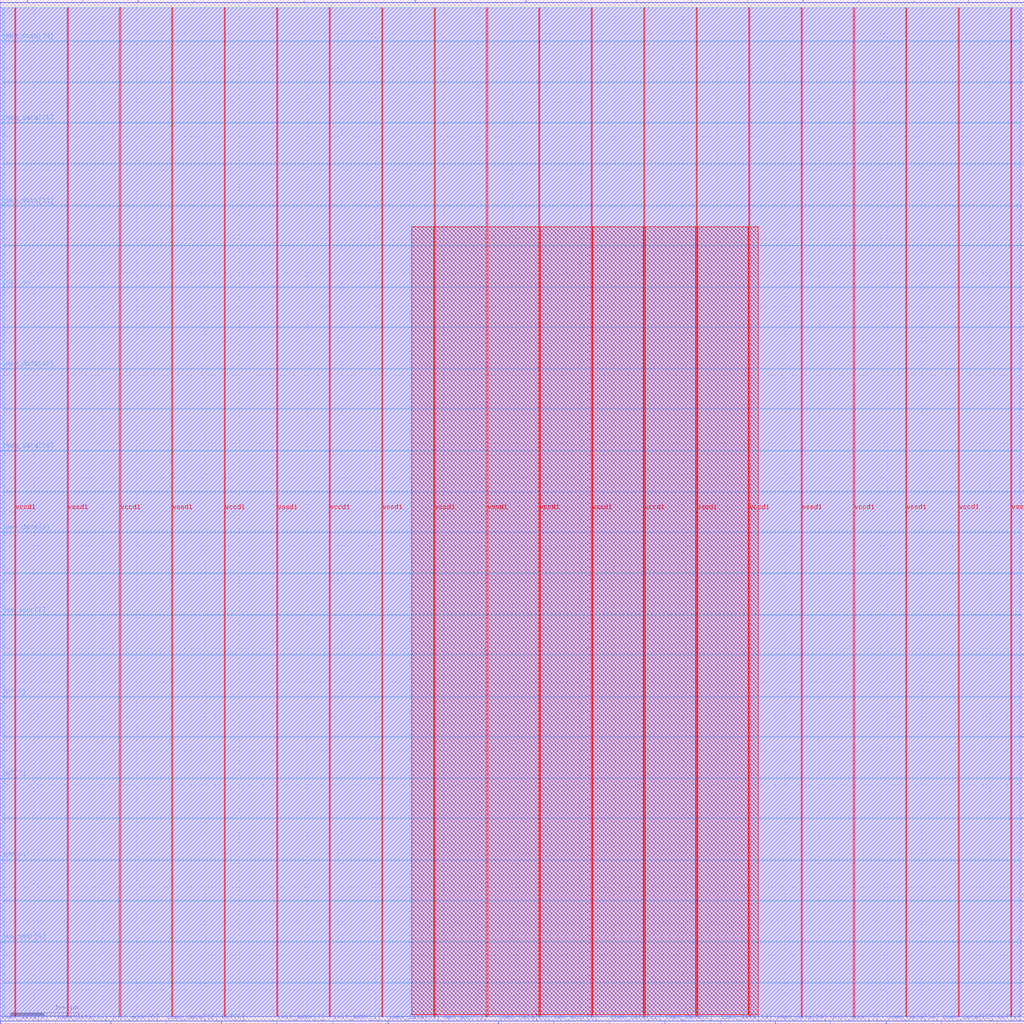
<source format=lef>
VERSION 5.7 ;
  NOWIREEXTENSIONATPIN ON ;
  DIVIDERCHAR "/" ;
  BUSBITCHARS "[]" ;
MACRO user_proj_example
  CLASS BLOCK ;
  FOREIGN user_proj_example ;
  ORIGIN 0.000 0.000 ;
  SIZE 1500.000 BY 1500.000 ;
  PIN CLK
    DIRECTION INPUT ;
    USE SIGNAL ;
    PORT
      LAYER met2 ;
        RECT 283.450 1496.000 283.730 1500.000 ;
    END
  END CLK
  PIN OUT[0]
    DIRECTION OUTPUT TRISTATE ;
    USE SIGNAL ;
    PORT
      LAYER met3 ;
        RECT 1496.000 779.320 1500.000 779.920 ;
    END
  END OUT[0]
  PIN OUT[1]
    DIRECTION OUTPUT TRISTATE ;
    USE SIGNAL ;
    PORT
      LAYER met2 ;
        RECT 1175.850 1496.000 1176.130 1500.000 ;
    END
  END OUT[1]
  PIN OUT[2]
    DIRECTION OUTPUT TRISTATE ;
    USE SIGNAL ;
    PORT
      LAYER met2 ;
        RECT 1460.130 0.000 1460.410 4.000 ;
    END
  END OUT[2]
  PIN OUT[3]
    DIRECTION OUTPUT TRISTATE ;
    USE SIGNAL ;
    PORT
      LAYER met3 ;
        RECT 1496.000 1379.080 1500.000 1379.680 ;
    END
  END OUT[3]
  PIN OUT[4]
    DIRECTION OUTPUT TRISTATE ;
    USE SIGNAL ;
    PORT
      LAYER met3 ;
        RECT 1496.000 179.560 1500.000 180.160 ;
    END
  END OUT[4]
  PIN OUT[5]
    DIRECTION OUTPUT TRISTATE ;
    USE SIGNAL ;
    PORT
      LAYER met3 ;
        RECT 0.000 478.760 4.000 479.360 ;
    END
  END OUT[5]
  PIN OUT[6]
    DIRECTION OUTPUT TRISTATE ;
    USE SIGNAL ;
    PORT
      LAYER met2 ;
        RECT 323.930 0.000 324.210 4.000 ;
    END
  END OUT[6]
  PIN OUT[7]
    DIRECTION OUTPUT TRISTATE ;
    USE SIGNAL ;
    PORT
      LAYER met3 ;
        RECT 0.000 359.080 4.000 359.680 ;
    END
  END OUT[7]
  PIN OUT[8]
    DIRECTION OUTPUT TRISTATE ;
    USE SIGNAL ;
    PORT
      LAYER met3 ;
        RECT 0.000 239.400 4.000 240.000 ;
    END
  END OUT[8]
  PIN OUT[9]
    DIRECTION OUTPUT TRISTATE ;
    USE SIGNAL ;
    PORT
      LAYER met3 ;
        RECT 1496.000 300.600 1500.000 301.200 ;
    END
  END OUT[9]
  PIN imem_data[0]
    DIRECTION INPUT ;
    USE SIGNAL ;
    PORT
      LAYER met3 ;
        RECT 1496.000 1259.400 1500.000 1260.000 ;
    END
  END imem_data[0]
  PIN imem_data[10]
    DIRECTION INPUT ;
    USE SIGNAL ;
    PORT
      LAYER met2 ;
        RECT 81.050 0.000 81.330 4.000 ;
    END
  END imem_data[10]
  PIN imem_data[11]
    DIRECTION INPUT ;
    USE SIGNAL ;
    PORT
      LAYER met3 ;
        RECT 0.000 1198.200 4.000 1198.800 ;
    END
  END imem_data[11]
  PIN imem_data[12]
    DIRECTION INPUT ;
    USE SIGNAL ;
    PORT
      LAYER met2 ;
        RECT 242.970 0.000 243.250 4.000 ;
    END
  END imem_data[12]
  PIN imem_data[13]
    DIRECTION INPUT ;
    USE SIGNAL ;
    PORT
      LAYER met2 ;
        RECT 851.090 1496.000 851.370 1500.000 ;
    END
  END imem_data[13]
  PIN imem_data[14]
    DIRECTION INPUT ;
    USE SIGNAL ;
    PORT
      LAYER met2 ;
        RECT 1298.210 0.000 1298.490 4.000 ;
    END
  END imem_data[14]
  PIN imem_data[15]
    DIRECTION INPUT ;
    USE SIGNAL ;
    PORT
      LAYER met2 ;
        RECT 1013.010 1496.000 1013.290 1500.000 ;
    END
  END imem_data[15]
  PIN imem_data[16]
    DIRECTION INPUT ;
    USE SIGNAL ;
    PORT
      LAYER met3 ;
        RECT 1496.000 659.640 1500.000 660.240 ;
    END
  END imem_data[16]
  PIN imem_data[17]
    DIRECTION INPUT ;
    USE SIGNAL ;
    PORT
      LAYER met2 ;
        RECT 770.130 1496.000 770.410 1500.000 ;
    END
  END imem_data[17]
  PIN imem_data[18]
    DIRECTION INPUT ;
    USE SIGNAL ;
    PORT
      LAYER met3 ;
        RECT 0.000 1319.240 4.000 1319.840 ;
    END
  END imem_data[18]
  PIN imem_data[19]
    DIRECTION INPUT ;
    USE SIGNAL ;
    PORT
      LAYER met2 ;
        RECT 1054.410 0.000 1054.690 4.000 ;
    END
  END imem_data[19]
  PIN imem_data[1]
    DIRECTION INPUT ;
    USE SIGNAL ;
    PORT
      LAYER met2 ;
        RECT 973.450 0.000 973.730 4.000 ;
    END
  END imem_data[1]
  PIN imem_data[20]
    DIRECTION INPUT ;
    USE SIGNAL ;
    PORT
      LAYER met3 ;
        RECT 0.000 839.160 4.000 839.760 ;
    END
  END imem_data[20]
  PIN imem_data[21]
    DIRECTION INPUT ;
    USE SIGNAL ;
    PORT
      LAYER met3 ;
        RECT 1496.000 900.360 1500.000 900.960 ;
    END
  END imem_data[21]
  PIN imem_data[22]
    DIRECTION INPUT ;
    USE SIGNAL ;
    PORT
      LAYER met2 ;
        RECT 892.490 0.000 892.770 4.000 ;
    END
  END imem_data[22]
  PIN imem_data[23]
    DIRECTION INPUT ;
    USE SIGNAL ;
    PORT
      LAYER met2 ;
        RECT 1094.890 1496.000 1095.170 1500.000 ;
    END
  END imem_data[23]
  PIN imem_data[24]
    DIRECTION INPUT ;
    USE SIGNAL ;
    PORT
      LAYER met2 ;
        RECT 1135.370 0.000 1135.650 4.000 ;
    END
  END imem_data[24]
  PIN imem_data[25]
    DIRECTION INPUT ;
    USE SIGNAL ;
    PORT
      LAYER met2 ;
        RECT 1379.170 0.000 1379.450 4.000 ;
    END
  END imem_data[25]
  PIN imem_data[26]
    DIRECTION INPUT ;
    USE SIGNAL ;
    PORT
      LAYER met2 ;
        RECT 729.650 0.000 729.930 4.000 ;
    END
  END imem_data[26]
  PIN imem_data[27]
    DIRECTION INPUT ;
    USE SIGNAL ;
    PORT
      LAYER met3 ;
        RECT 1496.000 59.880 1500.000 60.480 ;
    END
  END imem_data[27]
  PIN imem_data[28]
    DIRECTION INPUT ;
    USE SIGNAL ;
    PORT
      LAYER met3 ;
        RECT 0.000 1438.920 4.000 1439.520 ;
    END
  END imem_data[28]
  PIN imem_data[29]
    DIRECTION INPUT ;
    USE SIGNAL ;
    PORT
      LAYER met3 ;
        RECT 0.000 958.840 4.000 959.440 ;
    END
  END imem_data[29]
  PIN imem_data[2]
    DIRECTION INPUT ;
    USE SIGNAL ;
    PORT
      LAYER met3 ;
        RECT 0.000 719.480 4.000 720.080 ;
    END
  END imem_data[2]
  PIN imem_data[30]
    DIRECTION INPUT ;
    USE SIGNAL ;
    PORT
      LAYER met2 ;
        RECT 201.570 1496.000 201.850 1500.000 ;
    END
  END imem_data[30]
  PIN imem_data[31]
    DIRECTION INPUT ;
    USE SIGNAL ;
    PORT
      LAYER met2 ;
        RECT 567.730 0.000 568.010 4.000 ;
    END
  END imem_data[31]
  PIN imem_data[3]
    DIRECTION INPUT ;
    USE SIGNAL ;
    PORT
      LAYER met2 ;
        RECT 1256.810 1496.000 1257.090 1500.000 ;
    END
  END imem_data[3]
  PIN imem_data[4]
    DIRECTION INPUT ;
    USE SIGNAL ;
    PORT
      LAYER met2 ;
        RECT 526.330 1496.000 526.610 1500.000 ;
    END
  END imem_data[4]
  PIN imem_data[5]
    DIRECTION INPUT ;
    USE SIGNAL ;
    PORT
      LAYER met3 ;
        RECT 1496.000 1139.720 1500.000 1140.320 ;
    END
  END imem_data[5]
  PIN imem_data[6]
    DIRECTION INPUT ;
    USE SIGNAL ;
    PORT
      LAYER met2 ;
        RECT 932.050 1496.000 932.330 1500.000 ;
    END
  END imem_data[6]
  PIN imem_data[7]
    DIRECTION INPUT ;
    USE SIGNAL ;
    PORT
      LAYER met2 ;
        RECT 39.650 1496.000 39.930 1500.000 ;
    END
  END imem_data[7]
  PIN imem_data[8]
    DIRECTION INPUT ;
    USE SIGNAL ;
    PORT
      LAYER met2 ;
        RECT 0.090 0.000 0.370 4.000 ;
    END
  END imem_data[8]
  PIN imem_data[9]
    DIRECTION INPUT ;
    USE SIGNAL ;
    PORT
      LAYER met2 ;
        RECT 364.410 1496.000 364.690 1500.000 ;
    END
  END imem_data[9]
  PIN init_addr[0]
    DIRECTION INPUT ;
    USE SIGNAL ;
    PORT
      LAYER met2 ;
        RECT 1499.690 1496.000 1499.970 1500.000 ;
    END
  END init_addr[0]
  PIN init_addr[1]
    DIRECTION INPUT ;
    USE SIGNAL ;
    PORT
      LAYER met2 ;
        RECT 486.770 0.000 487.050 4.000 ;
    END
  END init_addr[1]
  PIN init_addr[2]
    DIRECTION INPUT ;
    USE SIGNAL ;
    PORT
      LAYER met3 ;
        RECT 1496.000 1020.040 1500.000 1020.640 ;
    END
  END init_addr[2]
  PIN init_addr[3]
    DIRECTION INPUT ;
    USE SIGNAL ;
    PORT
      LAYER met2 ;
        RECT 1216.330 0.000 1216.610 4.000 ;
    END
  END init_addr[3]
  PIN init_addr[4]
    DIRECTION INPUT ;
    USE SIGNAL ;
    PORT
      LAYER met2 ;
        RECT 689.170 1496.000 689.450 1500.000 ;
    END
  END init_addr[4]
  PIN init_addr[5]
    DIRECTION INPUT ;
    USE SIGNAL ;
    PORT
      LAYER met3 ;
        RECT 1496.000 420.280 1500.000 420.880 ;
    END
  END init_addr[5]
  PIN init_addr[6]
    DIRECTION INPUT ;
    USE SIGNAL ;
    PORT
      LAYER met2 ;
        RECT 162.010 0.000 162.290 4.000 ;
    END
  END init_addr[6]
  PIN init_addr[7]
    DIRECTION INPUT ;
    USE SIGNAL ;
    PORT
      LAYER met2 ;
        RECT 404.890 0.000 405.170 4.000 ;
    END
  END init_addr[7]
  PIN init_en
    DIRECTION INPUT ;
    USE SIGNAL ;
    PORT
      LAYER met3 ;
        RECT 0.000 1078.520 4.000 1079.120 ;
    END
  END init_en
  PIN mem_addr[0]
    DIRECTION OUTPUT TRISTATE ;
    USE SIGNAL ;
    PORT
      LAYER met3 ;
        RECT 0.000 119.720 4.000 120.320 ;
    END
  END mem_addr[0]
  PIN mem_addr[1]
    DIRECTION OUTPUT TRISTATE ;
    USE SIGNAL ;
    PORT
      LAYER met2 ;
        RECT 648.690 0.000 648.970 4.000 ;
    END
  END mem_addr[1]
  PIN mem_addr[2]
    DIRECTION OUTPUT TRISTATE ;
    USE SIGNAL ;
    PORT
      LAYER met2 ;
        RECT 1418.730 1496.000 1419.010 1500.000 ;
    END
  END mem_addr[2]
  PIN mem_addr[3]
    DIRECTION OUTPUT TRISTATE ;
    USE SIGNAL ;
    PORT
      LAYER met2 ;
        RECT 1337.770 1496.000 1338.050 1500.000 ;
    END
  END mem_addr[3]
  PIN mem_addr[4]
    DIRECTION OUTPUT TRISTATE ;
    USE SIGNAL ;
    PORT
      LAYER met2 ;
        RECT 445.370 1496.000 445.650 1500.000 ;
    END
  END mem_addr[4]
  PIN mem_addr[5]
    DIRECTION OUTPUT TRISTATE ;
    USE SIGNAL ;
    PORT
      LAYER met2 ;
        RECT 607.290 1496.000 607.570 1500.000 ;
    END
  END mem_addr[5]
  PIN mem_addr[6]
    DIRECTION OUTPUT TRISTATE ;
    USE SIGNAL ;
    PORT
      LAYER met2 ;
        RECT 810.610 0.000 810.890 4.000 ;
    END
  END mem_addr[6]
  PIN mem_addr[7]
    DIRECTION OUTPUT TRISTATE ;
    USE SIGNAL ;
    PORT
      LAYER met3 ;
        RECT 0.000 598.440 4.000 599.040 ;
    END
  END mem_addr[7]
  PIN mem_wr
    DIRECTION OUTPUT TRISTATE ;
    USE SIGNAL ;
    PORT
      LAYER met2 ;
        RECT 120.610 1496.000 120.890 1500.000 ;
    END
  END mem_wr
  PIN reset
    DIRECTION INPUT ;
    USE SIGNAL ;
    PORT
      LAYER met3 ;
        RECT 1496.000 539.960 1500.000 540.560 ;
    END
  END reset
  PIN vccd1
    DIRECTION INPUT ;
    USE POWER ;
    PORT
      LAYER met4 ;
        RECT 21.040 10.640 22.640 1488.080 ;
    END
    PORT
      LAYER met4 ;
        RECT 174.640 10.640 176.240 1488.080 ;
    END
    PORT
      LAYER met4 ;
        RECT 328.240 10.640 329.840 1488.080 ;
    END
    PORT
      LAYER met4 ;
        RECT 481.840 10.640 483.440 1488.080 ;
    END
    PORT
      LAYER met4 ;
        RECT 635.440 10.640 637.040 1488.080 ;
    END
    PORT
      LAYER met4 ;
        RECT 789.040 10.640 790.640 1488.080 ;
    END
    PORT
      LAYER met4 ;
        RECT 942.640 10.640 944.240 1488.080 ;
    END
    PORT
      LAYER met4 ;
        RECT 1096.240 10.640 1097.840 1488.080 ;
    END
    PORT
      LAYER met4 ;
        RECT 1249.840 10.640 1251.440 1488.080 ;
    END
    PORT
      LAYER met4 ;
        RECT 1403.440 10.640 1405.040 1488.080 ;
    END
  END vccd1
  PIN vssd1
    DIRECTION INPUT ;
    USE GROUND ;
    PORT
      LAYER met4 ;
        RECT 97.840 10.640 99.440 1488.080 ;
    END
    PORT
      LAYER met4 ;
        RECT 251.440 10.640 253.040 1488.080 ;
    END
    PORT
      LAYER met4 ;
        RECT 405.040 10.640 406.640 1488.080 ;
    END
    PORT
      LAYER met4 ;
        RECT 558.640 10.640 560.240 1488.080 ;
    END
    PORT
      LAYER met4 ;
        RECT 712.240 10.640 713.840 1488.080 ;
    END
    PORT
      LAYER met4 ;
        RECT 865.840 10.640 867.440 1488.080 ;
    END
    PORT
      LAYER met4 ;
        RECT 1019.440 10.640 1021.040 1488.080 ;
    END
    PORT
      LAYER met4 ;
        RECT 1173.040 10.640 1174.640 1488.080 ;
    END
    PORT
      LAYER met4 ;
        RECT 1326.640 10.640 1328.240 1488.080 ;
    END
    PORT
      LAYER met4 ;
        RECT 1480.240 10.640 1481.840 1488.080 ;
    END
  END vssd1
  OBS
      LAYER li1 ;
        RECT 5.520 10.795 1494.080 1487.925 ;
      LAYER met1 ;
        RECT 0.070 10.240 1499.990 1488.480 ;
      LAYER met2 ;
        RECT 0.100 1495.720 39.370 1496.000 ;
        RECT 40.210 1495.720 120.330 1496.000 ;
        RECT 121.170 1495.720 201.290 1496.000 ;
        RECT 202.130 1495.720 283.170 1496.000 ;
        RECT 284.010 1495.720 364.130 1496.000 ;
        RECT 364.970 1495.720 445.090 1496.000 ;
        RECT 445.930 1495.720 526.050 1496.000 ;
        RECT 526.890 1495.720 607.010 1496.000 ;
        RECT 607.850 1495.720 688.890 1496.000 ;
        RECT 689.730 1495.720 769.850 1496.000 ;
        RECT 770.690 1495.720 850.810 1496.000 ;
        RECT 851.650 1495.720 931.770 1496.000 ;
        RECT 932.610 1495.720 1012.730 1496.000 ;
        RECT 1013.570 1495.720 1094.610 1496.000 ;
        RECT 1095.450 1495.720 1175.570 1496.000 ;
        RECT 1176.410 1495.720 1256.530 1496.000 ;
        RECT 1257.370 1495.720 1337.490 1496.000 ;
        RECT 1338.330 1495.720 1418.450 1496.000 ;
        RECT 1419.290 1495.720 1499.410 1496.000 ;
        RECT 0.100 4.280 1499.960 1495.720 ;
        RECT 0.650 4.000 80.770 4.280 ;
        RECT 81.610 4.000 161.730 4.280 ;
        RECT 162.570 4.000 242.690 4.280 ;
        RECT 243.530 4.000 323.650 4.280 ;
        RECT 324.490 4.000 404.610 4.280 ;
        RECT 405.450 4.000 486.490 4.280 ;
        RECT 487.330 4.000 567.450 4.280 ;
        RECT 568.290 4.000 648.410 4.280 ;
        RECT 649.250 4.000 729.370 4.280 ;
        RECT 730.210 4.000 810.330 4.280 ;
        RECT 811.170 4.000 892.210 4.280 ;
        RECT 893.050 4.000 973.170 4.280 ;
        RECT 974.010 4.000 1054.130 4.280 ;
        RECT 1054.970 4.000 1135.090 4.280 ;
        RECT 1135.930 4.000 1216.050 4.280 ;
        RECT 1216.890 4.000 1297.930 4.280 ;
        RECT 1298.770 4.000 1378.890 4.280 ;
        RECT 1379.730 4.000 1459.850 4.280 ;
        RECT 1460.690 4.000 1499.960 4.280 ;
      LAYER met3 ;
        RECT 4.000 1439.920 1496.000 1488.005 ;
        RECT 4.400 1438.520 1496.000 1439.920 ;
        RECT 4.000 1380.080 1496.000 1438.520 ;
        RECT 4.000 1378.680 1495.600 1380.080 ;
        RECT 4.000 1320.240 1496.000 1378.680 ;
        RECT 4.400 1318.840 1496.000 1320.240 ;
        RECT 4.000 1260.400 1496.000 1318.840 ;
        RECT 4.000 1259.000 1495.600 1260.400 ;
        RECT 4.000 1199.200 1496.000 1259.000 ;
        RECT 4.400 1197.800 1496.000 1199.200 ;
        RECT 4.000 1140.720 1496.000 1197.800 ;
        RECT 4.000 1139.320 1495.600 1140.720 ;
        RECT 4.000 1079.520 1496.000 1139.320 ;
        RECT 4.400 1078.120 1496.000 1079.520 ;
        RECT 4.000 1021.040 1496.000 1078.120 ;
        RECT 4.000 1019.640 1495.600 1021.040 ;
        RECT 4.000 959.840 1496.000 1019.640 ;
        RECT 4.400 958.440 1496.000 959.840 ;
        RECT 4.000 901.360 1496.000 958.440 ;
        RECT 4.000 899.960 1495.600 901.360 ;
        RECT 4.000 840.160 1496.000 899.960 ;
        RECT 4.400 838.760 1496.000 840.160 ;
        RECT 4.000 780.320 1496.000 838.760 ;
        RECT 4.000 778.920 1495.600 780.320 ;
        RECT 4.000 720.480 1496.000 778.920 ;
        RECT 4.400 719.080 1496.000 720.480 ;
        RECT 4.000 660.640 1496.000 719.080 ;
        RECT 4.000 659.240 1495.600 660.640 ;
        RECT 4.000 599.440 1496.000 659.240 ;
        RECT 4.400 598.040 1496.000 599.440 ;
        RECT 4.000 540.960 1496.000 598.040 ;
        RECT 4.000 539.560 1495.600 540.960 ;
        RECT 4.000 479.760 1496.000 539.560 ;
        RECT 4.400 478.360 1496.000 479.760 ;
        RECT 4.000 421.280 1496.000 478.360 ;
        RECT 4.000 419.880 1495.600 421.280 ;
        RECT 4.000 360.080 1496.000 419.880 ;
        RECT 4.400 358.680 1496.000 360.080 ;
        RECT 4.000 301.600 1496.000 358.680 ;
        RECT 4.000 300.200 1495.600 301.600 ;
        RECT 4.000 240.400 1496.000 300.200 ;
        RECT 4.400 239.000 1496.000 240.400 ;
        RECT 4.000 180.560 1496.000 239.000 ;
        RECT 4.000 179.160 1495.600 180.560 ;
        RECT 4.000 120.720 1496.000 179.160 ;
        RECT 4.400 119.320 1496.000 120.720 ;
        RECT 4.000 60.880 1496.000 119.320 ;
        RECT 4.000 59.480 1495.600 60.880 ;
        RECT 4.000 10.715 1496.000 59.480 ;
      LAYER met4 ;
        RECT 602.895 13.095 635.040 1167.385 ;
        RECT 637.440 13.095 711.840 1167.385 ;
        RECT 714.240 13.095 788.640 1167.385 ;
        RECT 791.040 13.095 865.440 1167.385 ;
        RECT 867.840 13.095 942.240 1167.385 ;
        RECT 944.640 13.095 1019.040 1167.385 ;
        RECT 1021.440 13.095 1095.840 1167.385 ;
        RECT 1098.240 13.095 1110.145 1167.385 ;
  END
END user_proj_example
END LIBRARY


</source>
